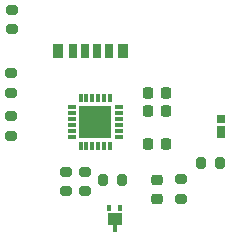
<source format=gbr>
%TF.GenerationSoftware,KiCad,Pcbnew,7.0.11-2.fc38*%
%TF.CreationDate,2024-03-11T20:51:48+00:00*%
%TF.ProjectId,tonie-charger-pd,746f6e69-652d-4636-9861-726765722d70,rev?*%
%TF.SameCoordinates,Original*%
%TF.FileFunction,Paste,Top*%
%TF.FilePolarity,Positive*%
%FSLAX46Y46*%
G04 Gerber Fmt 4.6, Leading zero omitted, Abs format (unit mm)*
G04 Created by KiCad (PCBNEW 7.0.11-2.fc38) date 2024-03-11 20:51:48*
%MOMM*%
%LPD*%
G01*
G04 APERTURE LIST*
G04 Aperture macros list*
%AMRoundRect*
0 Rectangle with rounded corners*
0 $1 Rounding radius*
0 $2 $3 $4 $5 $6 $7 $8 $9 X,Y pos of 4 corners*
0 Add a 4 corners polygon primitive as box body*
4,1,4,$2,$3,$4,$5,$6,$7,$8,$9,$2,$3,0*
0 Add four circle primitives for the rounded corners*
1,1,$1+$1,$2,$3*
1,1,$1+$1,$4,$5*
1,1,$1+$1,$6,$7*
1,1,$1+$1,$8,$9*
0 Add four rect primitives between the rounded corners*
20,1,$1+$1,$2,$3,$4,$5,0*
20,1,$1+$1,$4,$5,$6,$7,0*
20,1,$1+$1,$6,$7,$8,$9,0*
20,1,$1+$1,$8,$9,$2,$3,0*%
G04 Aperture macros list end*
%ADD10R,0.310000X0.500000*%
%ADD11R,0.310000X0.650000*%
%ADD12R,1.300000X1.000000*%
%ADD13R,0.812800X1.193800*%
%ADD14R,0.762000X1.193800*%
%ADD15R,0.711200X1.193800*%
%ADD16RoundRect,0.200000X-0.275000X0.200000X-0.275000X-0.200000X0.275000X-0.200000X0.275000X0.200000X0*%
%ADD17RoundRect,0.200000X-0.200000X-0.275000X0.200000X-0.275000X0.200000X0.275000X-0.200000X0.275000X0*%
%ADD18RoundRect,0.200000X0.275000X-0.200000X0.275000X0.200000X-0.275000X0.200000X-0.275000X-0.200000X0*%
%ADD19RoundRect,0.200000X0.200000X0.275000X-0.200000X0.275000X-0.200000X-0.275000X0.200000X-0.275000X0*%
%ADD20R,0.300000X0.800000*%
%ADD21R,0.800000X0.300000*%
%ADD22R,2.800000X2.800000*%
%ADD23R,0.800000X1.050000*%
%ADD24R,0.800000X0.650000*%
%ADD25RoundRect,0.225000X0.250000X-0.225000X0.250000X0.225000X-0.250000X0.225000X-0.250000X-0.225000X0*%
%ADD26RoundRect,0.225000X0.225000X0.250000X-0.225000X0.250000X-0.225000X-0.250000X0.225000X-0.250000X0*%
%ADD27RoundRect,0.225000X-0.225000X-0.250000X0.225000X-0.250000X0.225000X0.250000X-0.225000X0.250000X0*%
G04 APERTURE END LIST*
D10*
%TO.C,Q1*%
X117510000Y-119190000D03*
X116510000Y-119190000D03*
D11*
X117010000Y-120915000D03*
D12*
X117010000Y-120090000D03*
%TD*%
D13*
%TO.C,J1*%
X112250005Y-105920000D03*
D14*
X113480003Y-105920000D03*
D15*
X114500001Y-105920000D03*
X115499999Y-105920000D03*
D14*
X116519997Y-105920000D03*
D13*
X117749995Y-105920000D03*
%TD*%
D16*
%TO.C,R1*%
X108310000Y-102395000D03*
X108310000Y-104045000D03*
%TD*%
D17*
%TO.C,R8*%
X116000000Y-116830000D03*
X117650000Y-116830000D03*
%TD*%
D18*
%TO.C,R7*%
X114505000Y-117745000D03*
X114505000Y-116095000D03*
%TD*%
%TO.C,R6*%
X112870000Y-117745000D03*
X112870000Y-116095000D03*
%TD*%
D19*
%TO.C,R5*%
X125970000Y-115340000D03*
X124320000Y-115340000D03*
%TD*%
D16*
%TO.C,R4*%
X122630000Y-116750000D03*
X122630000Y-118400000D03*
%TD*%
%TO.C,R3*%
X108250000Y-111395000D03*
X108250000Y-113045000D03*
%TD*%
%TO.C,R2*%
X108250000Y-107775000D03*
X108250000Y-109425000D03*
%TD*%
D20*
%TO.C,IC1*%
X116630000Y-109900000D03*
X116130000Y-109900000D03*
X115630000Y-109900000D03*
X115130000Y-109900000D03*
X114630000Y-109900000D03*
X114130000Y-109900000D03*
D21*
X113380000Y-110650000D03*
X113380000Y-111150000D03*
X113380000Y-111650000D03*
X113380000Y-112150000D03*
X113380000Y-112650000D03*
X113380000Y-113150000D03*
D20*
X114130000Y-113900000D03*
X114630000Y-113900000D03*
X115130000Y-113900000D03*
X115630000Y-113900000D03*
X116130000Y-113900000D03*
X116630000Y-113900000D03*
D21*
X117380000Y-113150000D03*
X117380000Y-112650000D03*
X117380000Y-112150000D03*
X117380000Y-111650000D03*
X117380000Y-111150000D03*
X117380000Y-110650000D03*
D22*
X115380000Y-111900000D03*
%TD*%
D23*
%TO.C,D1*%
X126020000Y-112730000D03*
D24*
X126020000Y-111680000D03*
%TD*%
D25*
%TO.C,C4*%
X120570000Y-118390000D03*
X120570000Y-116840000D03*
%TD*%
D26*
%TO.C,C3*%
X121370000Y-113780000D03*
X119820000Y-113780000D03*
%TD*%
%TO.C,C2*%
X121350000Y-110970000D03*
X119800000Y-110970000D03*
%TD*%
D27*
%TO.C,C1*%
X119815000Y-109450000D03*
X121365000Y-109450000D03*
%TD*%
M02*

</source>
